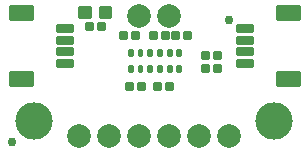
<source format=gts>
G04 EAGLE Gerber RS-274X export*
G75*
%MOMM*%
%FSLAX34Y34*%
%LPD*%
%INSoldermask Top*%
%IPPOS*%
%AMOC8*
5,1,8,0,0,1.08239X$1,22.5*%
G01*
%ADD10C,0.762000*%
%ADD11C,3.175000*%
%ADD12C,0.225588*%
%ADD13C,0.225369*%
%ADD14C,2.006600*%
%ADD15C,0.428259*%
%ADD16C,0.228959*%


D10*
X6350Y7620D03*
X190500Y110490D03*
D11*
X228600Y25400D03*
X25400Y25400D03*
D12*
X249457Y55393D02*
X249457Y66407D01*
X249457Y55393D02*
X230443Y55393D01*
X230443Y66407D01*
X249457Y66407D01*
X249457Y57536D02*
X230443Y57536D01*
X230443Y59679D02*
X249457Y59679D01*
X249457Y61822D02*
X230443Y61822D01*
X230443Y63965D02*
X249457Y63965D01*
X249457Y66108D02*
X230443Y66108D01*
X249457Y111393D02*
X249457Y122407D01*
X249457Y111393D02*
X230443Y111393D01*
X230443Y122407D01*
X249457Y122407D01*
X249457Y113536D02*
X230443Y113536D01*
X230443Y115679D02*
X249457Y115679D01*
X249457Y117822D02*
X230443Y117822D01*
X230443Y119965D02*
X249457Y119965D01*
X249457Y122108D02*
X230443Y122108D01*
D13*
X209458Y76408D02*
X209458Y71392D01*
X196942Y71392D01*
X196942Y76408D01*
X209458Y76408D01*
X209458Y73533D02*
X196942Y73533D01*
X196942Y75674D02*
X209458Y75674D01*
X209458Y81392D02*
X209458Y86408D01*
X209458Y81392D02*
X196942Y81392D01*
X196942Y86408D01*
X209458Y86408D01*
X209458Y83533D02*
X196942Y83533D01*
X196942Y85674D02*
X209458Y85674D01*
X209458Y91392D02*
X209458Y96408D01*
X209458Y91392D02*
X196942Y91392D01*
X196942Y96408D01*
X209458Y96408D01*
X209458Y93533D02*
X196942Y93533D01*
X196942Y95674D02*
X209458Y95674D01*
X209458Y101392D02*
X209458Y106408D01*
X209458Y101392D02*
X196942Y101392D01*
X196942Y106408D01*
X209458Y106408D01*
X209458Y103533D02*
X196942Y103533D01*
X196942Y105674D02*
X209458Y105674D01*
D12*
X4543Y111393D02*
X4543Y122407D01*
X23557Y122407D01*
X23557Y111393D01*
X4543Y111393D01*
X4543Y113536D02*
X23557Y113536D01*
X23557Y115679D02*
X4543Y115679D01*
X4543Y117822D02*
X23557Y117822D01*
X23557Y119965D02*
X4543Y119965D01*
X4543Y122108D02*
X23557Y122108D01*
X4543Y66407D02*
X4543Y55393D01*
X4543Y66407D02*
X23557Y66407D01*
X23557Y55393D01*
X4543Y55393D01*
X4543Y57536D02*
X23557Y57536D01*
X23557Y59679D02*
X4543Y59679D01*
X4543Y61822D02*
X23557Y61822D01*
X23557Y63965D02*
X4543Y63965D01*
X4543Y66108D02*
X23557Y66108D01*
D13*
X44542Y101392D02*
X44542Y106408D01*
X57058Y106408D01*
X57058Y101392D01*
X44542Y101392D01*
X44542Y103533D02*
X57058Y103533D01*
X57058Y105674D02*
X44542Y105674D01*
X44542Y96408D02*
X44542Y91392D01*
X44542Y96408D02*
X57058Y96408D01*
X57058Y91392D01*
X44542Y91392D01*
X44542Y93533D02*
X57058Y93533D01*
X57058Y95674D02*
X44542Y95674D01*
X44542Y86408D02*
X44542Y81392D01*
X44542Y86408D02*
X57058Y86408D01*
X57058Y81392D01*
X44542Y81392D01*
X44542Y83533D02*
X57058Y83533D01*
X57058Y85674D02*
X44542Y85674D01*
X44542Y76408D02*
X44542Y71392D01*
X44542Y76408D02*
X57058Y76408D01*
X57058Y71392D01*
X44542Y71392D01*
X44542Y73533D02*
X57058Y73533D01*
X57058Y75674D02*
X44542Y75674D01*
D14*
X114300Y12700D03*
X139700Y12700D03*
X165100Y12700D03*
X190500Y12700D03*
D13*
X172768Y67342D02*
X167752Y67342D01*
X167752Y72358D01*
X172768Y72358D01*
X172768Y67342D01*
X172768Y69483D02*
X167752Y69483D01*
X167752Y71624D02*
X172768Y71624D01*
X177752Y67342D02*
X182768Y67342D01*
X177752Y67342D02*
X177752Y72358D01*
X182768Y72358D01*
X182768Y67342D01*
X182768Y69483D02*
X177752Y69483D01*
X177752Y71624D02*
X182768Y71624D01*
X172768Y78010D02*
X167752Y78010D01*
X167752Y83026D01*
X172768Y83026D01*
X172768Y78010D01*
X172768Y80151D02*
X167752Y80151D01*
X167752Y82292D02*
X172768Y82292D01*
X177752Y78010D02*
X182768Y78010D01*
X177752Y78010D02*
X177752Y83026D01*
X182768Y83026D01*
X182768Y78010D01*
X182768Y80151D02*
X177752Y80151D01*
X177752Y82292D02*
X182768Y82292D01*
X74216Y102902D02*
X69200Y102902D01*
X69200Y107918D01*
X74216Y107918D01*
X74216Y102902D01*
X74216Y105043D02*
X69200Y105043D01*
X69200Y107184D02*
X74216Y107184D01*
X79200Y102902D02*
X84216Y102902D01*
X79200Y102902D02*
X79200Y107918D01*
X84216Y107918D01*
X84216Y102902D01*
X84216Y105043D02*
X79200Y105043D01*
X79200Y107184D02*
X84216Y107184D01*
D15*
X81984Y113600D02*
X81984Y120588D01*
X88972Y120588D01*
X88972Y113600D01*
X81984Y113600D01*
X81984Y117669D02*
X88972Y117669D01*
X64444Y120588D02*
X64444Y113600D01*
X64444Y120588D02*
X71432Y120588D01*
X71432Y113600D01*
X64444Y113600D01*
X64444Y117669D02*
X71432Y117669D01*
D16*
X107920Y71332D02*
X107920Y67352D01*
X105440Y67352D01*
X105440Y71332D01*
X107920Y71332D01*
X107920Y69527D02*
X105440Y69527D01*
X116120Y71332D02*
X116120Y67352D01*
X113640Y67352D01*
X113640Y71332D01*
X116120Y71332D01*
X116120Y69527D02*
X113640Y69527D01*
X124320Y71332D02*
X124320Y67352D01*
X121840Y67352D01*
X121840Y71332D01*
X124320Y71332D01*
X124320Y69527D02*
X121840Y69527D01*
X132520Y71332D02*
X132520Y67352D01*
X130040Y67352D01*
X130040Y71332D01*
X132520Y71332D01*
X132520Y69527D02*
X130040Y69527D01*
X140720Y71332D02*
X140720Y67352D01*
X138240Y67352D01*
X138240Y71332D01*
X140720Y71332D01*
X140720Y69527D02*
X138240Y69527D01*
X148920Y71332D02*
X148920Y67352D01*
X146440Y67352D01*
X146440Y71332D01*
X148920Y71332D01*
X148920Y69527D02*
X146440Y69527D01*
X148920Y80852D02*
X148920Y84832D01*
X148920Y80852D02*
X146440Y80852D01*
X146440Y84832D01*
X148920Y84832D01*
X148920Y83027D02*
X146440Y83027D01*
X140720Y84832D02*
X140720Y80852D01*
X138240Y80852D01*
X138240Y84832D01*
X140720Y84832D01*
X140720Y83027D02*
X138240Y83027D01*
X132520Y84832D02*
X132520Y80852D01*
X130040Y80852D01*
X130040Y84832D01*
X132520Y84832D01*
X132520Y83027D02*
X130040Y83027D01*
X124320Y84832D02*
X124320Y80852D01*
X121840Y80852D01*
X121840Y84832D01*
X124320Y84832D01*
X124320Y83027D02*
X121840Y83027D01*
X116120Y84832D02*
X116120Y80852D01*
X113640Y80852D01*
X113640Y84832D01*
X116120Y84832D01*
X116120Y83027D02*
X113640Y83027D01*
X107920Y84832D02*
X107920Y80852D01*
X105440Y80852D01*
X105440Y84832D01*
X107920Y84832D01*
X107920Y83027D02*
X105440Y83027D01*
D13*
X102918Y95282D02*
X97902Y95282D01*
X97902Y100298D01*
X102918Y100298D01*
X102918Y95282D01*
X102918Y97423D02*
X97902Y97423D01*
X97902Y99564D02*
X102918Y99564D01*
X107902Y95282D02*
X112918Y95282D01*
X107902Y95282D02*
X107902Y100298D01*
X112918Y100298D01*
X112918Y95282D01*
X112918Y97423D02*
X107902Y97423D01*
X107902Y99564D02*
X112918Y99564D01*
X107998Y52102D02*
X102982Y52102D01*
X102982Y57118D01*
X107998Y57118D01*
X107998Y52102D01*
X107998Y54243D02*
X102982Y54243D01*
X102982Y56384D02*
X107998Y56384D01*
X112982Y52102D02*
X117998Y52102D01*
X112982Y52102D02*
X112982Y57118D01*
X117998Y57118D01*
X117998Y52102D01*
X117998Y54243D02*
X112982Y54243D01*
X112982Y56384D02*
X117998Y56384D01*
X152352Y100298D02*
X157368Y100298D01*
X157368Y95282D01*
X152352Y95282D01*
X152352Y100298D01*
X152352Y97423D02*
X157368Y97423D01*
X157368Y99564D02*
X152352Y99564D01*
X147368Y100298D02*
X142352Y100298D01*
X147368Y100298D02*
X147368Y95282D01*
X142352Y95282D01*
X142352Y100298D01*
X142352Y97423D02*
X147368Y97423D01*
X147368Y99564D02*
X142352Y99564D01*
X132128Y52102D02*
X127112Y52102D01*
X127112Y57118D01*
X132128Y57118D01*
X132128Y52102D01*
X132128Y54243D02*
X127112Y54243D01*
X127112Y56384D02*
X132128Y56384D01*
X137112Y52102D02*
X142128Y52102D01*
X137112Y52102D02*
X137112Y57118D01*
X142128Y57118D01*
X142128Y52102D01*
X142128Y54243D02*
X137112Y54243D01*
X137112Y56384D02*
X142128Y56384D01*
X138318Y100298D02*
X133302Y100298D01*
X138318Y100298D02*
X138318Y95282D01*
X133302Y95282D01*
X133302Y100298D01*
X133302Y97423D02*
X138318Y97423D01*
X138318Y99564D02*
X133302Y99564D01*
X128318Y100298D02*
X123302Y100298D01*
X128318Y100298D02*
X128318Y95282D01*
X123302Y95282D01*
X123302Y100298D01*
X123302Y97423D02*
X128318Y97423D01*
X128318Y99564D02*
X123302Y99564D01*
D14*
X63500Y12700D03*
X88900Y12700D03*
X139700Y114300D03*
X114300Y114300D03*
M02*

</source>
